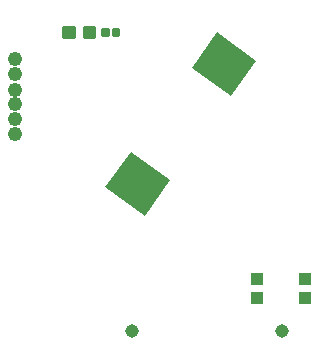
<source format=gbr>
G04 EAGLE Gerber RS-274X export*
G75*
%MOMM*%
%FSLAX34Y34*%
%LPD*%
%INSoldermask Bottom*%
%IPPOS*%
%AMOC8*
5,1,8,0,0,1.08239X$1,22.5*%
G01*
%ADD10C,0.400200*%
%ADD11C,0.428259*%
%ADD12C,1.227000*%
%ADD13R,1.027000X1.127000*%
%ADD14R,3.687000X4.087000*%
%ADD15C,1.143000*%


D10*
X87892Y271352D02*
X85224Y271352D01*
X85224Y274620D01*
X87892Y274620D01*
X87892Y271352D01*
X93864Y271352D02*
X96532Y271352D01*
X93864Y271352D02*
X93864Y274620D01*
X96532Y274620D01*
X96532Y271352D01*
D11*
X52104Y269415D02*
X52104Y276403D01*
X59092Y276403D01*
X59092Y269415D01*
X52104Y269415D01*
X52104Y273484D02*
X59092Y273484D01*
X69644Y276403D02*
X69644Y269415D01*
X69644Y276403D02*
X76632Y276403D01*
X76632Y269415D01*
X69644Y269415D01*
X69644Y273484D02*
X76632Y273484D01*
D12*
X10224Y249584D03*
X10336Y236868D03*
X10201Y223917D03*
X10419Y211525D03*
X10185Y198661D03*
X10190Y186043D03*
D13*
X255857Y47631D03*
X255857Y63631D03*
X214857Y63631D03*
X214857Y47631D03*
D14*
G36*
X86890Y141093D02*
X108457Y170996D01*
X141604Y147089D01*
X120037Y117186D01*
X86890Y141093D01*
G37*
G36*
X160010Y242476D02*
X181577Y272379D01*
X214724Y248472D01*
X193157Y218569D01*
X160010Y242476D01*
G37*
D15*
X109220Y19510D03*
X236220Y19510D03*
M02*

</source>
